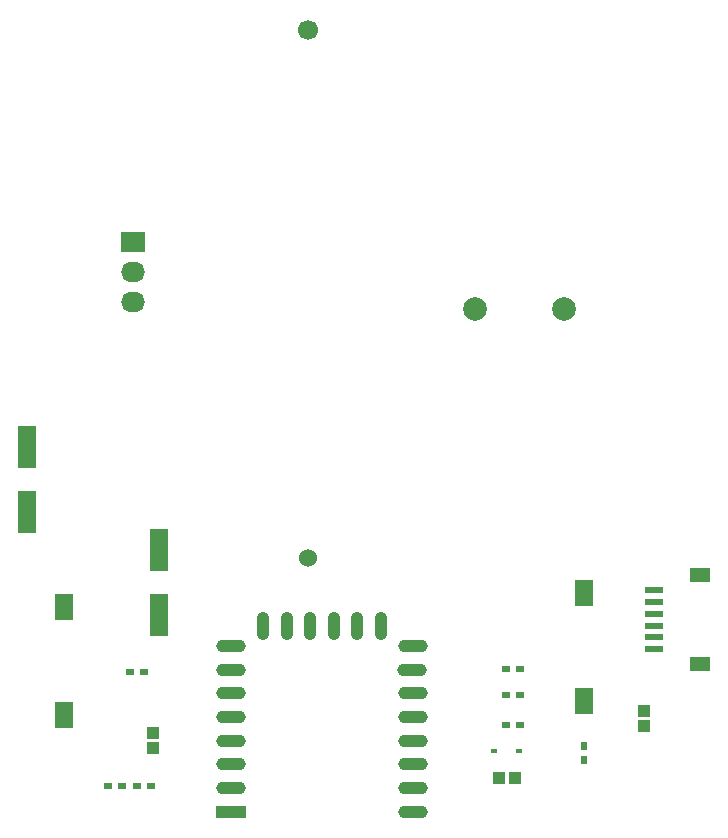
<source format=gbr>
G04 #@! TF.FileFunction,Soldermask,Bot*
%FSLAX46Y46*%
G04 Gerber Fmt 4.6, Leading zero omitted, Abs format (unit mm)*
G04 Created by KiCad (PCBNEW 4.0.4-stable) date 12/07/16 00:40:48*
%MOMM*%
%LPD*%
G01*
G04 APERTURE LIST*
%ADD10C,0.100000*%
%ADD11C,2.000000*%
%ADD12R,1.600200X3.599180*%
%ADD13R,0.700000X0.600000*%
%ADD14R,0.590000X0.450000*%
%ADD15R,1.000000X1.000000*%
%ADD16R,2.032000X1.727200*%
%ADD17O,2.032000X1.727200*%
%ADD18R,1.550000X0.600000*%
%ADD19R,1.800000X1.200000*%
%ADD20R,0.600000X0.700000*%
%ADD21R,1.600000X2.180000*%
%ADD22R,2.500000X1.100000*%
%ADD23O,2.500000X1.100000*%
%ADD24O,1.100000X2.400000*%
%ADD25C,1.700000*%
%ADD26C,1.524000*%
G04 APERTURE END LIST*
D10*
D11*
X226099840Y-133175000D03*
X218500160Y-133175000D03*
D12*
X191750000Y-159050820D03*
X191750000Y-153549180D03*
X180575000Y-150325820D03*
X180575000Y-144824180D03*
D13*
X191100000Y-173575000D03*
X189900000Y-173575000D03*
D14*
X222280000Y-170600000D03*
X220170000Y-170600000D03*
D15*
X232850000Y-167200000D03*
X232850000Y-168500000D03*
X220575000Y-172875000D03*
X221875000Y-172875000D03*
D16*
X189600000Y-127500000D03*
D17*
X189600000Y-130040000D03*
X189600000Y-132580000D03*
D18*
X233712500Y-156950000D03*
X233712500Y-157950000D03*
X233712500Y-158950000D03*
X233712500Y-159950000D03*
X233712500Y-160950000D03*
X233712500Y-161950000D03*
D19*
X237587500Y-155650000D03*
X237587500Y-163250000D03*
D13*
X189300000Y-163925000D03*
X190500000Y-163925000D03*
X221150000Y-165825000D03*
X222350000Y-165825000D03*
X221150000Y-163650000D03*
X222350000Y-163650000D03*
D20*
X227775000Y-171325000D03*
X227775000Y-170125000D03*
D13*
X187450000Y-173575000D03*
X188650000Y-173575000D03*
X222350000Y-168400000D03*
X221150000Y-168400000D03*
D21*
X227747680Y-157172570D03*
X227752320Y-166377430D03*
X183747680Y-158347570D03*
X183752320Y-167552430D03*
D22*
X197875000Y-175700000D03*
D23*
X197875000Y-173700000D03*
X197875000Y-171700000D03*
X197875000Y-169700000D03*
X197875000Y-167700000D03*
X197875000Y-165700000D03*
X197875000Y-163700000D03*
X197875000Y-161700000D03*
D24*
X200565000Y-159950000D03*
X202565000Y-159950000D03*
X204565000Y-159950000D03*
X206565000Y-159950000D03*
X208565000Y-159950000D03*
X210565000Y-159950000D03*
D23*
X213275000Y-161700000D03*
X213175000Y-163700000D03*
X213275000Y-165700000D03*
X213275000Y-167700000D03*
X213275000Y-169700000D03*
X213275000Y-171700000D03*
X213275000Y-173700000D03*
X213275000Y-175700000D03*
D15*
X191300000Y-170350000D03*
X191300000Y-169050000D03*
D25*
X204400000Y-109500000D03*
D26*
X204400000Y-154200000D03*
M02*

</source>
